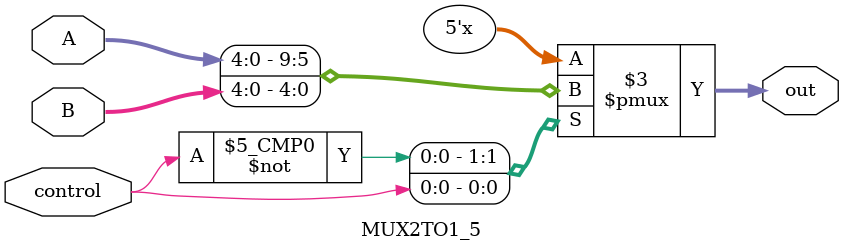
<source format=v>
`timescale 1ns / 1ps

module MUX2TO1_5(A, B, control, out);
  input [4:0] A, B;
  input control;
  
  output reg [4:0] out=0;
  
  always@(A or B or control)
  begin
    case(control)
      0: out = A;
      1: out = B;
    endcase
  end
endmodule

</source>
